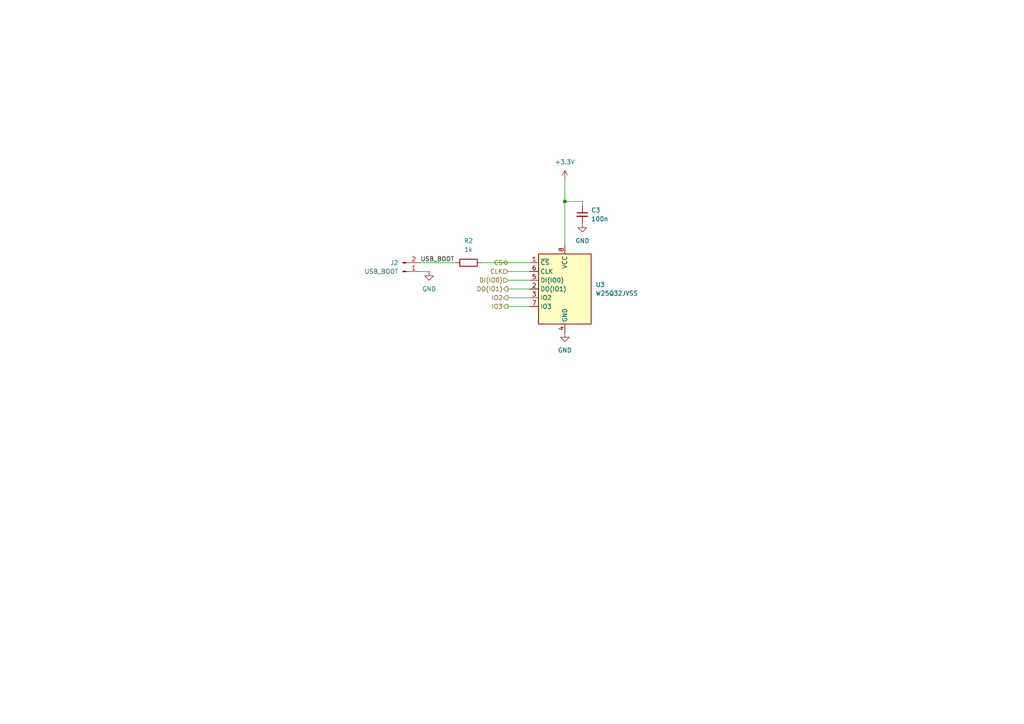
<source format=kicad_sch>
(kicad_sch (version 20231120) (generator "eeschema") (generator_version "8.0")
  (paper "A4")
  (lib_symbols
    (symbol "Connector:Conn_01x02_Pin" (pin_names (offset 1.016) hide)
      (property "Reference" "J" (at 0 2.54 0))
      (property "Value" "Conn_01x02_Pin" (at 0 -5.08 0))
      (symbol "Conn_01x02_Pin_1_1"
        (polyline (pts (xy 1.27 -2.54) (xy 0.8636 -2.54)) (stroke (width 0.1524)))
        (polyline (pts (xy 1.27 0) (xy 0.8636 0)) (stroke (width 0.1524)))
        (rectangle (start 0.8636 -2.413) (end 0 -2.667) (stroke (width 0.1524)) (fill (type outline)))
        (rectangle (start 0.8636 0.127) (end 0 -0.127) (stroke (width 0.1524)) (fill (type outline)))
        (pin passive line (at 5.08 0 180) (length 3.81) (name "Pin_1") (number "1"))
        (pin passive line (at 5.08 -2.54 180) (length 3.81) (name "Pin_2") (number "2"))
      )
    )
    (symbol "Device:C_Small" (pin_numbers hide) (pin_names (offset 0.254) hide)
      (property "Reference" "C" (at 0.254 1.778 0))
      (property "Value" "C_Small" (at 0.254 -2.032 0))
      (symbol "C_Small_0_1"
        (polyline (pts (xy -1.524 -0.508) (xy 1.524 -0.508)) (stroke (width 0.3302)))
        (polyline (pts (xy -1.524 0.508) (xy 1.524 0.508)) (stroke (width 0.3048)))
      )
      (symbol "C_Small_1_1"
        (pin passive line (at 0 2.54 270) (length 2.032) (name "~") (number "1"))
        (pin passive line (at 0 -2.54 90) (length 2.032) (name "~") (number "2"))
      )
    )
    (symbol "Device:R" (pin_numbers hide) (pin_names (offset 0))
      (property "Reference" "R" (at 2.032 0 90))
      (property "Value" "R" (at 0 0 90))
      (symbol "R_0_1"
        (rectangle (start -1.016 -2.54) (end 1.016 2.54) (stroke (width 0.254)))
      )
      (symbol "R_1_1"
        (pin passive line (at 0 3.81 270) (length 1.27) (name "~") (number "1"))
        (pin passive line (at 0 -3.81 90) (length 1.27) (name "~") (number "2"))
      )
    )
    (symbol "Memory_Flash:W25Q32JVSS"
      (property "Reference" "U" (at -6.35 11.43 0))
      (property "Value" "W25Q32JVSS" (at 7.62 11.43 0))
      (symbol "W25Q32JVSS_0_1"
        (rectangle (start -7.62 10.16) (end 7.62 -10.16) (stroke (width 0.254)) (fill (type background)))
      )
      (symbol "W25Q32JVSS_1_1"
        (pin input line (at -10.16 7.62 0) (length 2.54) (name "~{CS}") (number "1"))
        (pin bidirectional line (at -10.16 0 0) (length 2.54) (name "DO(IO1)") (number "2"))
        (pin bidirectional line (at -10.16 -2.54 0) (length 2.54) (name "IO2") (number "3"))
        (pin power_in line (at 0 -12.7 90) (length 2.54) (name "GND") (number "4"))
        (pin bidirectional line (at -10.16 2.54 0) (length 2.54) (name "DI(IO0)") (number "5"))
        (pin input line (at -10.16 5.08 0) (length 2.54) (name "CLK") (number "6"))
        (pin bidirectional line (at -10.16 -5.08 0) (length 2.54) (name "IO3") (number "7"))
        (pin power_in line (at 0 12.7 270) (length 2.54) (name "VCC") (number "8"))
      )
    )
    (symbol "power:+3.3V" (power) (pin_numbers hide) (pin_names (offset 0) hide)
      (property "Value" "+3.3V" (at 0 3.556 0))
      (symbol "+3.3V_0_1"
        (polyline (pts (xy -0.762 1.27) (xy 0 2.54)))
        (polyline (pts (xy 0 0) (xy 0 2.54)))
        (polyline (pts (xy 0 2.54) (xy 0.762 1.27)))
      )
      (symbol "+3.3V_1_1"
        (pin power_in line (at 0 0 90) (length 0) (name "~") (number "1"))
      )
    )
    (symbol "power:GND" (power) (pin_numbers hide) (pin_names (offset 0) hide)
      (property "Value" "GND" (at 0 -3.81 0))
      (symbol "GND_0_1"
        (polyline (pts (xy 0 0) (xy 0 -1.27) (xy 1.27 -1.27) (xy 0 -2.54) (xy -1.27 -1.27) (xy 0 -1.27)))
      )
      (symbol "GND_1_1"
        (pin power_in line (at 0 0 270) (length 0) (name "~") (number "1"))
      )
    )
  )
  (junction (at 163.83 58.42))
  (wire (pts (xy 153.67 81.28) (xy 147.32 81.28)))
  (wire (pts (xy 121.92 76.2) (xy 132.08 76.2)))
  (wire (pts (xy 139.7 76.2) (xy 153.67 76.2)))
  (wire (pts (xy 153.67 86.36) (xy 147.32 86.36)))
  (wire (pts (xy 124.46 78.74) (xy 121.92 78.74)))
  (wire (pts (xy 153.67 88.9) (xy 147.32 88.9)))
  (wire (pts (xy 168.91 58.42) (xy 168.91 59.69)))
  (wire (pts (xy 163.83 58.42) (xy 163.83 71.12)))
  (wire (pts (xy 153.67 78.74) (xy 147.32 78.74)))
  (wire (pts (xy 168.91 58.42) (xy 163.83 58.42)))
  (wire (pts (xy 153.67 83.82) (xy 147.32 83.82)))
  (wire (pts (xy 163.83 52.07) (xy 163.83 58.42)))
  (label "USB_BOOT" (at 121.92 76.2 0))
  (hierarchical_label "DO(IO1)" (shape output) (at 147.32 83.82 180))
  (hierarchical_label "CLK" (shape input) (at 147.32 78.74 180))
  (hierarchical_label "IO2" (shape output) (at 147.32 86.36 180))
  (hierarchical_label "DI(IO0)" (shape input) (at 147.32 81.28 180))
  (hierarchical_label "IO3" (shape output) (at 147.32 88.9 180))
  (hierarchical_label "CS" (shape bidirectional) (at 147.32 76.2 180))
  (symbol (lib_id "power:GND") (at 163.83 96.52 0) (unit 1)
    (property "Reference" "#PWR0106" (effects (hide yes)))
    (property "Value" "GND" (at 163.83 101.6 0))
    (property "Description" "Power symbol creates a global label with name \"GND\" , ground" (effects (hide yes)))
  )
  (symbol (lib_id "power:GND") (at 124.46 78.74 0) (unit 1)
    (property "Reference" "#PWR0104" (effects (hide yes)))
    (property "Value" "GND" (at 124.46 83.82 0))
    (property "Description" "Power symbol creates a global label with name \"GND\" , ground" (effects (hide yes)))
  )
  (symbol (lib_id "power:+3.3V") (at 163.83 52.07 0) (unit 1)
    (property "Reference" "#PWR0105" (effects (hide yes)))
    (property "Value" "+3.3V" (at 163.83 46.99 0))
    (property "Description" "Power symbol creates a global label with name \"+3.3V\"" (effects (hide yes)))
  )
  (symbol (lib_id "power:GND") (at 168.91 64.77 0) (unit 1)
    (property "Reference" "#PWR0107" (effects (hide yes)))
    (property "Value" "GND" (at 168.91 69.85 0))
    (property "Description" "Power symbol creates a global label with name \"GND\" , ground" (effects (hide yes)))
  )
  (symbol (lib_id "Device:R") (at 135.89 76.2 90) (unit 1)
    (property "Reference" "R2" (at 135.89 69.85 90))
    (property "Value" "1k" (at 135.89 72.39 90))
    (property "Description" "Resistor" (effects (hide yes)))
  )
  (symbol (lib_id "Connector:Conn_01x02_Pin") (at 116.84 78.74 0) (mirror x) (unit 1)
    (property "Reference" "J2" (at 115.57 76.1999 0) (effects (justify right)))
    (property "Value" "USB_BOOT" (at 115.57 78.7399 0) (effects (justify right)))
    (property "Description" "Generic connector, single row, 01x02, script generated" (effects (hide yes)))
  )
  (symbol (lib_id "Device:C_Small") (at 168.91 62.23 0) (unit 1)
    (property "Reference" "C3" (at 171.45 60.9662 0) (effects (justify left)))
    (property "Value" "100n" (at 171.45 63.5062 0) (effects (justify left)))
    (property "Description" "Unpolarized capacitor, small symbol" (effects (hide yes)))
  )
  (symbol (lib_id "Memory_Flash:W25Q32JVSS") (at 163.83 83.82 0) (unit 1)
    (property "Reference" "U3" (at 172.72 82.5499 0) (effects (justify left)))
    (property "Value" "W25Q32JVSS" (at 172.72 85.0899 0) (effects (justify left)))
    (property "Footprint" "Package_SO:SOIC-8_5.23x5.23mm_P1.27mm" (effects (hide yes)))
    (property "Datasheet" "http://www.winbond.com/resource-files/w25q32jv%20revg%2003272018%20plus.pdf" (effects (hide yes)))
    (property "Description" "32Mb Serial Flash Memory, Standard/Dual/Quad SPI, SOIC-8" (effects (hide yes)))
  )
)
</source>
